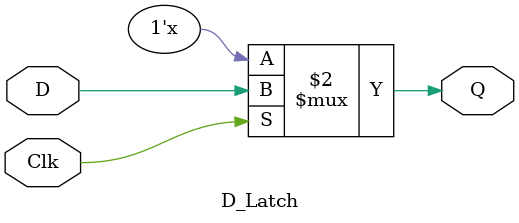
<source format=v>
module D_Latch (input D, Clk, output reg Q);

    always @(D, Clk)
    begin
        if(Clk)
            Q <= D;
    end

endmodule
</source>
